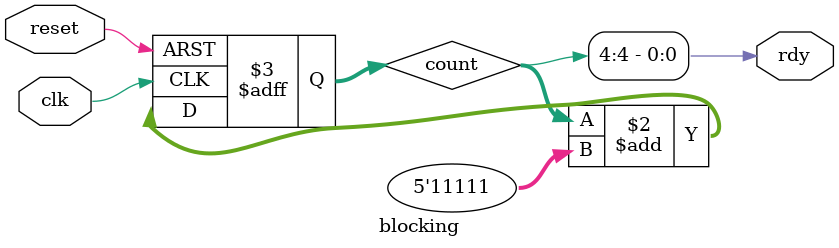
<source format=v>
/* blocking module */

module blocking(output wire rdy, input wire clk, input wire reset);

   reg [4:0] count, inc;
   assign rdy = count[4];

   always @(posedge clk or posedge reset)
     if (reset)
       count <= 15;
     else
       begin
	  inc = -1;
	  count <= count + inc;
       end

endmodule // blocking

</source>
